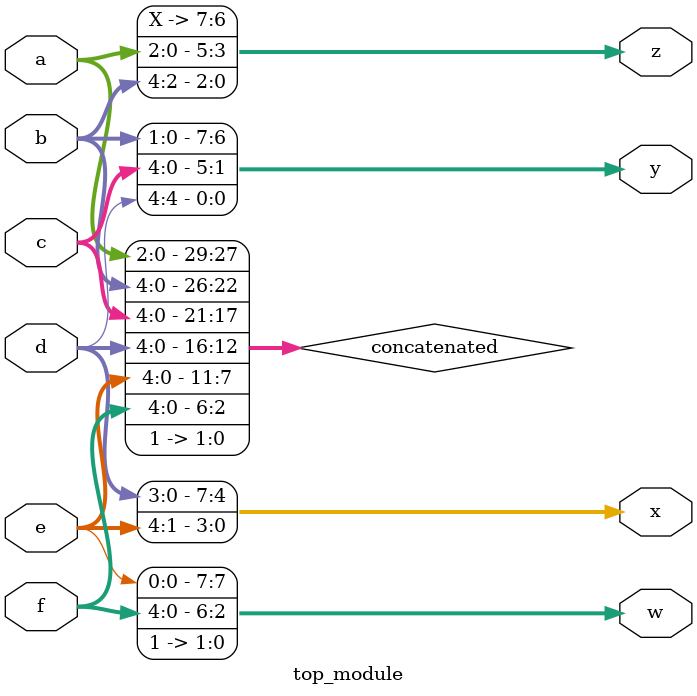
<source format=sv>
module top_module (
    input [4:0] a,
    input [4:0] b,
    input [4:0] c,
    input [4:0] d,
    input [4:0] e,
    input [4:0] f,
    output [7:0] w,
    output [7:0] x,
    output [7:0] y,
    output [7:0] z
);

wire [29:0] concatenated;

assign concatenated = {a, b, c, d, e, f, 2'b11};

assign w = concatenated[7:0];
assign x = concatenated[15:8];
assign y = concatenated[23:16];
assign z = concatenated[31:24];

endmodule

</source>
